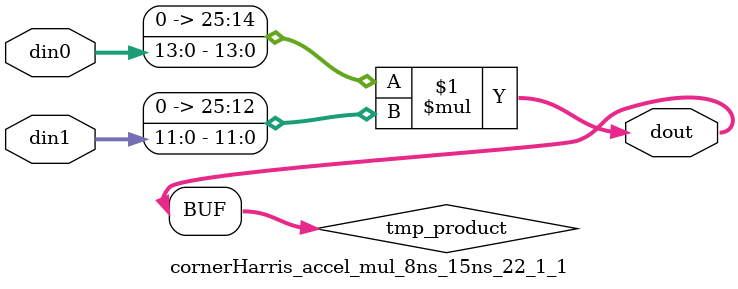
<source format=v>

`timescale 1 ns / 1 ps

  module cornerHarris_accel_mul_8ns_15ns_22_1_1(din0, din1, dout);
parameter ID = 1;
parameter NUM_STAGE = 0;
parameter din0_WIDTH = 14;
parameter din1_WIDTH = 12;
parameter dout_WIDTH = 26;

input [din0_WIDTH - 1 : 0] din0; 
input [din1_WIDTH - 1 : 0] din1; 
output [dout_WIDTH - 1 : 0] dout;

wire signed [dout_WIDTH - 1 : 0] tmp_product;










assign tmp_product = $signed({1'b0, din0}) * $signed({1'b0, din1});











assign dout = tmp_product;







endmodule

</source>
